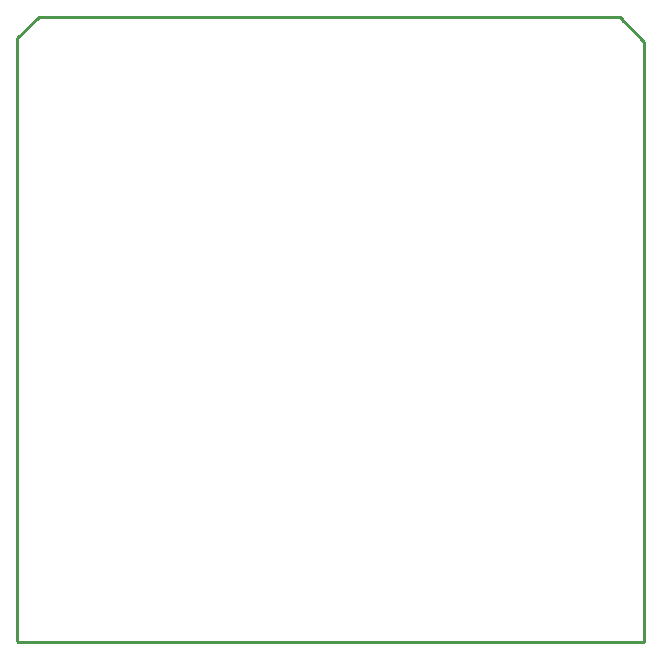
<source format=gbr>
G04*
G04 #@! TF.GenerationSoftware,Altium Limited,Altium Designer,22.4.2 (48)*
G04*
G04 Layer_Color=16711935*
%FSLAX44Y44*%
%MOMM*%
G71*
G04*
G04 #@! TF.SameCoordinates,3517102E-CA2B-4814-AB3A-28068C8F3B0D*
G04*
G04*
G04 #@! TF.FilePolarity,Positive*
G04*
G01*
G75*
%ADD15C,0.2540*%
D15*
X1257000Y1079000D02*
X1260000D01*
X1263000Y1076000D01*
X768000Y1079000D02*
X1257000D01*
X1260000D02*
X1281000Y1058000D01*
X750000Y1061000D02*
X768000Y1079000D01*
X750000Y551000D02*
Y1061000D01*
Y551000D02*
X751000Y550000D01*
X1281000D01*
Y1058000D01*
M02*

</source>
